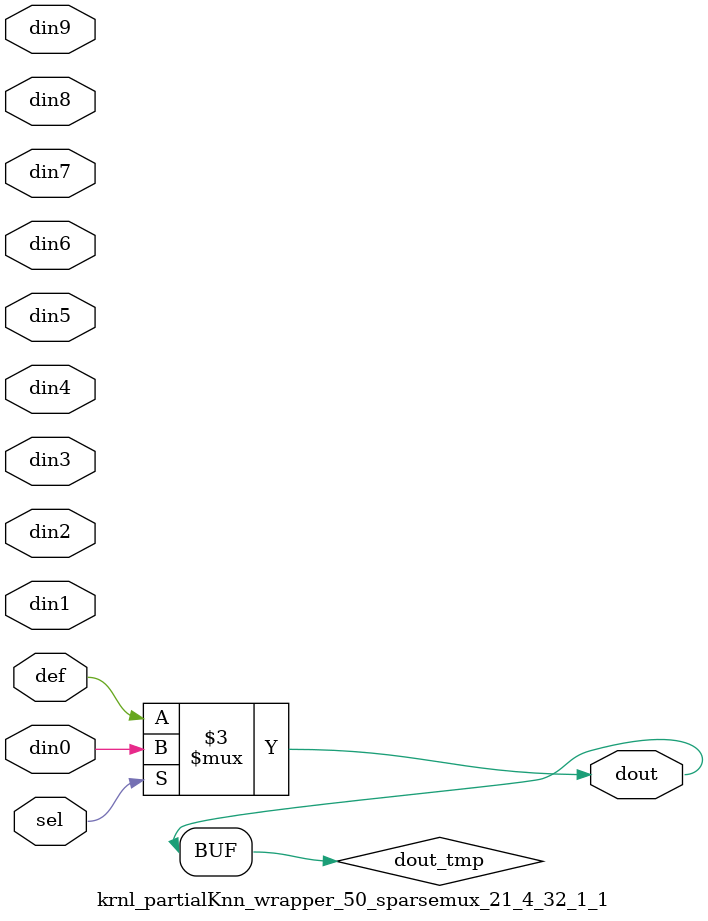
<source format=v>
`timescale 1ns / 1ps

module krnl_partialKnn_wrapper_50_sparsemux_21_4_32_1_1 (din0,din1,din2,din3,din4,din5,din6,din7,din8,din9,def,sel,dout);

parameter din0_WIDTH = 1;

parameter din1_WIDTH = 1;

parameter din2_WIDTH = 1;

parameter din3_WIDTH = 1;

parameter din4_WIDTH = 1;

parameter din5_WIDTH = 1;

parameter din6_WIDTH = 1;

parameter din7_WIDTH = 1;

parameter din8_WIDTH = 1;

parameter din9_WIDTH = 1;

parameter def_WIDTH = 1;
parameter sel_WIDTH = 1;
parameter dout_WIDTH = 1;

parameter [sel_WIDTH-1:0] CASE0 = 1;

parameter [sel_WIDTH-1:0] CASE1 = 1;

parameter [sel_WIDTH-1:0] CASE2 = 1;

parameter [sel_WIDTH-1:0] CASE3 = 1;

parameter [sel_WIDTH-1:0] CASE4 = 1;

parameter [sel_WIDTH-1:0] CASE5 = 1;

parameter [sel_WIDTH-1:0] CASE6 = 1;

parameter [sel_WIDTH-1:0] CASE7 = 1;

parameter [sel_WIDTH-1:0] CASE8 = 1;

parameter [sel_WIDTH-1:0] CASE9 = 1;

parameter ID = 1;
parameter NUM_STAGE = 1;



input [din0_WIDTH-1:0] din0;

input [din1_WIDTH-1:0] din1;

input [din2_WIDTH-1:0] din2;

input [din3_WIDTH-1:0] din3;

input [din4_WIDTH-1:0] din4;

input [din5_WIDTH-1:0] din5;

input [din6_WIDTH-1:0] din6;

input [din7_WIDTH-1:0] din7;

input [din8_WIDTH-1:0] din8;

input [din9_WIDTH-1:0] din9;

input [def_WIDTH-1:0] def;
input [sel_WIDTH-1:0] sel;

output [dout_WIDTH-1:0] dout;



reg [dout_WIDTH-1:0] dout_tmp;

always @ (*) begin
case (sel)
    
    CASE0 : dout_tmp = din0;
    
    CASE1 : dout_tmp = din1;
    
    CASE2 : dout_tmp = din2;
    
    CASE3 : dout_tmp = din3;
    
    CASE4 : dout_tmp = din4;
    
    CASE5 : dout_tmp = din5;
    
    CASE6 : dout_tmp = din6;
    
    CASE7 : dout_tmp = din7;
    
    CASE8 : dout_tmp = din8;
    
    CASE9 : dout_tmp = din9;
    
    default : dout_tmp = def;
endcase
end


assign dout = dout_tmp;



endmodule

</source>
